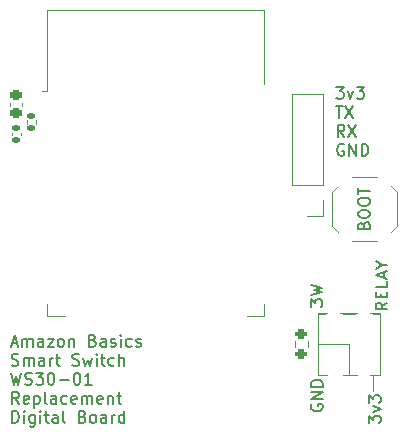
<source format=gbr>
%TF.GenerationSoftware,KiCad,Pcbnew,7.0.8*%
%TF.CreationDate,2023-10-28T23:27:17-04:00*%
%TF.ProjectId,AmazonBasicsSecureFrontend,416d617a-6f6e-4426-9173-696373536563,rev?*%
%TF.SameCoordinates,Original*%
%TF.FileFunction,Legend,Top*%
%TF.FilePolarity,Positive*%
%FSLAX46Y46*%
G04 Gerber Fmt 4.6, Leading zero omitted, Abs format (unit mm)*
G04 Created by KiCad (PCBNEW 7.0.8) date 2023-10-28 23:27:17*
%MOMM*%
%LPD*%
G01*
G04 APERTURE LIST*
G04 Aperture macros list*
%AMRoundRect*
0 Rectangle with rounded corners*
0 $1 Rounding radius*
0 $2 $3 $4 $5 $6 $7 $8 $9 X,Y pos of 4 corners*
0 Add a 4 corners polygon primitive as box body*
4,1,4,$2,$3,$4,$5,$6,$7,$8,$9,$2,$3,0*
0 Add four circle primitives for the rounded corners*
1,1,$1+$1,$2,$3*
1,1,$1+$1,$4,$5*
1,1,$1+$1,$6,$7*
1,1,$1+$1,$8,$9*
0 Add four rect primitives between the rounded corners*
20,1,$1+$1,$2,$3,$4,$5,0*
20,1,$1+$1,$4,$5,$6,$7,0*
20,1,$1+$1,$6,$7,$8,$9,0*
20,1,$1+$1,$8,$9,$2,$3,0*%
G04 Aperture macros list end*
%ADD10C,0.150000*%
%ADD11C,0.120000*%
%ADD12R,1.000000X3.000000*%
%ADD13RoundRect,0.225000X0.250000X-0.225000X0.250000X0.225000X-0.250000X0.225000X-0.250000X-0.225000X0*%
%ADD14RoundRect,0.140000X-0.170000X0.140000X-0.170000X-0.140000X0.170000X-0.140000X0.170000X0.140000X0*%
%ADD15RoundRect,0.200000X-0.275000X0.200000X-0.275000X-0.200000X0.275000X-0.200000X0.275000X0.200000X0*%
%ADD16C,2.600000*%
%ADD17R,1.700000X1.700000*%
%ADD18O,1.700000X1.700000*%
%ADD19R,1.500000X0.900000*%
%ADD20R,0.900000X1.500000*%
%ADD21C,0.600000*%
%ADD22R,3.900000X3.900000*%
%ADD23RoundRect,0.135000X0.185000X-0.135000X0.185000X0.135000X-0.185000X0.135000X-0.185000X-0.135000X0*%
%ADD24R,1.100000X1.800000*%
%ADD25C,1.300000*%
%ADD26C,1.500000*%
G04 APERTURE END LIST*
D10*
X106029360Y-108891904D02*
X106505550Y-108891904D01*
X105934122Y-109177619D02*
X106267455Y-108177619D01*
X106267455Y-108177619D02*
X106600788Y-109177619D01*
X106934122Y-109177619D02*
X106934122Y-108510952D01*
X106934122Y-108606190D02*
X106981741Y-108558571D01*
X106981741Y-108558571D02*
X107076979Y-108510952D01*
X107076979Y-108510952D02*
X107219836Y-108510952D01*
X107219836Y-108510952D02*
X107315074Y-108558571D01*
X107315074Y-108558571D02*
X107362693Y-108653809D01*
X107362693Y-108653809D02*
X107362693Y-109177619D01*
X107362693Y-108653809D02*
X107410312Y-108558571D01*
X107410312Y-108558571D02*
X107505550Y-108510952D01*
X107505550Y-108510952D02*
X107648407Y-108510952D01*
X107648407Y-108510952D02*
X107743646Y-108558571D01*
X107743646Y-108558571D02*
X107791265Y-108653809D01*
X107791265Y-108653809D02*
X107791265Y-109177619D01*
X108696026Y-109177619D02*
X108696026Y-108653809D01*
X108696026Y-108653809D02*
X108648407Y-108558571D01*
X108648407Y-108558571D02*
X108553169Y-108510952D01*
X108553169Y-108510952D02*
X108362693Y-108510952D01*
X108362693Y-108510952D02*
X108267455Y-108558571D01*
X108696026Y-109130000D02*
X108600788Y-109177619D01*
X108600788Y-109177619D02*
X108362693Y-109177619D01*
X108362693Y-109177619D02*
X108267455Y-109130000D01*
X108267455Y-109130000D02*
X108219836Y-109034761D01*
X108219836Y-109034761D02*
X108219836Y-108939523D01*
X108219836Y-108939523D02*
X108267455Y-108844285D01*
X108267455Y-108844285D02*
X108362693Y-108796666D01*
X108362693Y-108796666D02*
X108600788Y-108796666D01*
X108600788Y-108796666D02*
X108696026Y-108749047D01*
X109076979Y-108510952D02*
X109600788Y-108510952D01*
X109600788Y-108510952D02*
X109076979Y-109177619D01*
X109076979Y-109177619D02*
X109600788Y-109177619D01*
X110124598Y-109177619D02*
X110029360Y-109130000D01*
X110029360Y-109130000D02*
X109981741Y-109082380D01*
X109981741Y-109082380D02*
X109934122Y-108987142D01*
X109934122Y-108987142D02*
X109934122Y-108701428D01*
X109934122Y-108701428D02*
X109981741Y-108606190D01*
X109981741Y-108606190D02*
X110029360Y-108558571D01*
X110029360Y-108558571D02*
X110124598Y-108510952D01*
X110124598Y-108510952D02*
X110267455Y-108510952D01*
X110267455Y-108510952D02*
X110362693Y-108558571D01*
X110362693Y-108558571D02*
X110410312Y-108606190D01*
X110410312Y-108606190D02*
X110457931Y-108701428D01*
X110457931Y-108701428D02*
X110457931Y-108987142D01*
X110457931Y-108987142D02*
X110410312Y-109082380D01*
X110410312Y-109082380D02*
X110362693Y-109130000D01*
X110362693Y-109130000D02*
X110267455Y-109177619D01*
X110267455Y-109177619D02*
X110124598Y-109177619D01*
X110886503Y-108510952D02*
X110886503Y-109177619D01*
X110886503Y-108606190D02*
X110934122Y-108558571D01*
X110934122Y-108558571D02*
X111029360Y-108510952D01*
X111029360Y-108510952D02*
X111172217Y-108510952D01*
X111172217Y-108510952D02*
X111267455Y-108558571D01*
X111267455Y-108558571D02*
X111315074Y-108653809D01*
X111315074Y-108653809D02*
X111315074Y-109177619D01*
X112886503Y-108653809D02*
X113029360Y-108701428D01*
X113029360Y-108701428D02*
X113076979Y-108749047D01*
X113076979Y-108749047D02*
X113124598Y-108844285D01*
X113124598Y-108844285D02*
X113124598Y-108987142D01*
X113124598Y-108987142D02*
X113076979Y-109082380D01*
X113076979Y-109082380D02*
X113029360Y-109130000D01*
X113029360Y-109130000D02*
X112934122Y-109177619D01*
X112934122Y-109177619D02*
X112553170Y-109177619D01*
X112553170Y-109177619D02*
X112553170Y-108177619D01*
X112553170Y-108177619D02*
X112886503Y-108177619D01*
X112886503Y-108177619D02*
X112981741Y-108225238D01*
X112981741Y-108225238D02*
X113029360Y-108272857D01*
X113029360Y-108272857D02*
X113076979Y-108368095D01*
X113076979Y-108368095D02*
X113076979Y-108463333D01*
X113076979Y-108463333D02*
X113029360Y-108558571D01*
X113029360Y-108558571D02*
X112981741Y-108606190D01*
X112981741Y-108606190D02*
X112886503Y-108653809D01*
X112886503Y-108653809D02*
X112553170Y-108653809D01*
X113981741Y-109177619D02*
X113981741Y-108653809D01*
X113981741Y-108653809D02*
X113934122Y-108558571D01*
X113934122Y-108558571D02*
X113838884Y-108510952D01*
X113838884Y-108510952D02*
X113648408Y-108510952D01*
X113648408Y-108510952D02*
X113553170Y-108558571D01*
X113981741Y-109130000D02*
X113886503Y-109177619D01*
X113886503Y-109177619D02*
X113648408Y-109177619D01*
X113648408Y-109177619D02*
X113553170Y-109130000D01*
X113553170Y-109130000D02*
X113505551Y-109034761D01*
X113505551Y-109034761D02*
X113505551Y-108939523D01*
X113505551Y-108939523D02*
X113553170Y-108844285D01*
X113553170Y-108844285D02*
X113648408Y-108796666D01*
X113648408Y-108796666D02*
X113886503Y-108796666D01*
X113886503Y-108796666D02*
X113981741Y-108749047D01*
X114410313Y-109130000D02*
X114505551Y-109177619D01*
X114505551Y-109177619D02*
X114696027Y-109177619D01*
X114696027Y-109177619D02*
X114791265Y-109130000D01*
X114791265Y-109130000D02*
X114838884Y-109034761D01*
X114838884Y-109034761D02*
X114838884Y-108987142D01*
X114838884Y-108987142D02*
X114791265Y-108891904D01*
X114791265Y-108891904D02*
X114696027Y-108844285D01*
X114696027Y-108844285D02*
X114553170Y-108844285D01*
X114553170Y-108844285D02*
X114457932Y-108796666D01*
X114457932Y-108796666D02*
X114410313Y-108701428D01*
X114410313Y-108701428D02*
X114410313Y-108653809D01*
X114410313Y-108653809D02*
X114457932Y-108558571D01*
X114457932Y-108558571D02*
X114553170Y-108510952D01*
X114553170Y-108510952D02*
X114696027Y-108510952D01*
X114696027Y-108510952D02*
X114791265Y-108558571D01*
X115267456Y-109177619D02*
X115267456Y-108510952D01*
X115267456Y-108177619D02*
X115219837Y-108225238D01*
X115219837Y-108225238D02*
X115267456Y-108272857D01*
X115267456Y-108272857D02*
X115315075Y-108225238D01*
X115315075Y-108225238D02*
X115267456Y-108177619D01*
X115267456Y-108177619D02*
X115267456Y-108272857D01*
X116172217Y-109130000D02*
X116076979Y-109177619D01*
X116076979Y-109177619D02*
X115886503Y-109177619D01*
X115886503Y-109177619D02*
X115791265Y-109130000D01*
X115791265Y-109130000D02*
X115743646Y-109082380D01*
X115743646Y-109082380D02*
X115696027Y-108987142D01*
X115696027Y-108987142D02*
X115696027Y-108701428D01*
X115696027Y-108701428D02*
X115743646Y-108606190D01*
X115743646Y-108606190D02*
X115791265Y-108558571D01*
X115791265Y-108558571D02*
X115886503Y-108510952D01*
X115886503Y-108510952D02*
X116076979Y-108510952D01*
X116076979Y-108510952D02*
X116172217Y-108558571D01*
X116553170Y-109130000D02*
X116648408Y-109177619D01*
X116648408Y-109177619D02*
X116838884Y-109177619D01*
X116838884Y-109177619D02*
X116934122Y-109130000D01*
X116934122Y-109130000D02*
X116981741Y-109034761D01*
X116981741Y-109034761D02*
X116981741Y-108987142D01*
X116981741Y-108987142D02*
X116934122Y-108891904D01*
X116934122Y-108891904D02*
X116838884Y-108844285D01*
X116838884Y-108844285D02*
X116696027Y-108844285D01*
X116696027Y-108844285D02*
X116600789Y-108796666D01*
X116600789Y-108796666D02*
X116553170Y-108701428D01*
X116553170Y-108701428D02*
X116553170Y-108653809D01*
X116553170Y-108653809D02*
X116600789Y-108558571D01*
X116600789Y-108558571D02*
X116696027Y-108510952D01*
X116696027Y-108510952D02*
X116838884Y-108510952D01*
X116838884Y-108510952D02*
X116934122Y-108558571D01*
X106029360Y-110740000D02*
X106172217Y-110787619D01*
X106172217Y-110787619D02*
X106410312Y-110787619D01*
X106410312Y-110787619D02*
X106505550Y-110740000D01*
X106505550Y-110740000D02*
X106553169Y-110692380D01*
X106553169Y-110692380D02*
X106600788Y-110597142D01*
X106600788Y-110597142D02*
X106600788Y-110501904D01*
X106600788Y-110501904D02*
X106553169Y-110406666D01*
X106553169Y-110406666D02*
X106505550Y-110359047D01*
X106505550Y-110359047D02*
X106410312Y-110311428D01*
X106410312Y-110311428D02*
X106219836Y-110263809D01*
X106219836Y-110263809D02*
X106124598Y-110216190D01*
X106124598Y-110216190D02*
X106076979Y-110168571D01*
X106076979Y-110168571D02*
X106029360Y-110073333D01*
X106029360Y-110073333D02*
X106029360Y-109978095D01*
X106029360Y-109978095D02*
X106076979Y-109882857D01*
X106076979Y-109882857D02*
X106124598Y-109835238D01*
X106124598Y-109835238D02*
X106219836Y-109787619D01*
X106219836Y-109787619D02*
X106457931Y-109787619D01*
X106457931Y-109787619D02*
X106600788Y-109835238D01*
X107029360Y-110787619D02*
X107029360Y-110120952D01*
X107029360Y-110216190D02*
X107076979Y-110168571D01*
X107076979Y-110168571D02*
X107172217Y-110120952D01*
X107172217Y-110120952D02*
X107315074Y-110120952D01*
X107315074Y-110120952D02*
X107410312Y-110168571D01*
X107410312Y-110168571D02*
X107457931Y-110263809D01*
X107457931Y-110263809D02*
X107457931Y-110787619D01*
X107457931Y-110263809D02*
X107505550Y-110168571D01*
X107505550Y-110168571D02*
X107600788Y-110120952D01*
X107600788Y-110120952D02*
X107743645Y-110120952D01*
X107743645Y-110120952D02*
X107838884Y-110168571D01*
X107838884Y-110168571D02*
X107886503Y-110263809D01*
X107886503Y-110263809D02*
X107886503Y-110787619D01*
X108791264Y-110787619D02*
X108791264Y-110263809D01*
X108791264Y-110263809D02*
X108743645Y-110168571D01*
X108743645Y-110168571D02*
X108648407Y-110120952D01*
X108648407Y-110120952D02*
X108457931Y-110120952D01*
X108457931Y-110120952D02*
X108362693Y-110168571D01*
X108791264Y-110740000D02*
X108696026Y-110787619D01*
X108696026Y-110787619D02*
X108457931Y-110787619D01*
X108457931Y-110787619D02*
X108362693Y-110740000D01*
X108362693Y-110740000D02*
X108315074Y-110644761D01*
X108315074Y-110644761D02*
X108315074Y-110549523D01*
X108315074Y-110549523D02*
X108362693Y-110454285D01*
X108362693Y-110454285D02*
X108457931Y-110406666D01*
X108457931Y-110406666D02*
X108696026Y-110406666D01*
X108696026Y-110406666D02*
X108791264Y-110359047D01*
X109267455Y-110787619D02*
X109267455Y-110120952D01*
X109267455Y-110311428D02*
X109315074Y-110216190D01*
X109315074Y-110216190D02*
X109362693Y-110168571D01*
X109362693Y-110168571D02*
X109457931Y-110120952D01*
X109457931Y-110120952D02*
X109553169Y-110120952D01*
X109743646Y-110120952D02*
X110124598Y-110120952D01*
X109886503Y-109787619D02*
X109886503Y-110644761D01*
X109886503Y-110644761D02*
X109934122Y-110740000D01*
X109934122Y-110740000D02*
X110029360Y-110787619D01*
X110029360Y-110787619D02*
X110124598Y-110787619D01*
X111172218Y-110740000D02*
X111315075Y-110787619D01*
X111315075Y-110787619D02*
X111553170Y-110787619D01*
X111553170Y-110787619D02*
X111648408Y-110740000D01*
X111648408Y-110740000D02*
X111696027Y-110692380D01*
X111696027Y-110692380D02*
X111743646Y-110597142D01*
X111743646Y-110597142D02*
X111743646Y-110501904D01*
X111743646Y-110501904D02*
X111696027Y-110406666D01*
X111696027Y-110406666D02*
X111648408Y-110359047D01*
X111648408Y-110359047D02*
X111553170Y-110311428D01*
X111553170Y-110311428D02*
X111362694Y-110263809D01*
X111362694Y-110263809D02*
X111267456Y-110216190D01*
X111267456Y-110216190D02*
X111219837Y-110168571D01*
X111219837Y-110168571D02*
X111172218Y-110073333D01*
X111172218Y-110073333D02*
X111172218Y-109978095D01*
X111172218Y-109978095D02*
X111219837Y-109882857D01*
X111219837Y-109882857D02*
X111267456Y-109835238D01*
X111267456Y-109835238D02*
X111362694Y-109787619D01*
X111362694Y-109787619D02*
X111600789Y-109787619D01*
X111600789Y-109787619D02*
X111743646Y-109835238D01*
X112076980Y-110120952D02*
X112267456Y-110787619D01*
X112267456Y-110787619D02*
X112457932Y-110311428D01*
X112457932Y-110311428D02*
X112648408Y-110787619D01*
X112648408Y-110787619D02*
X112838884Y-110120952D01*
X113219837Y-110787619D02*
X113219837Y-110120952D01*
X113219837Y-109787619D02*
X113172218Y-109835238D01*
X113172218Y-109835238D02*
X113219837Y-109882857D01*
X113219837Y-109882857D02*
X113267456Y-109835238D01*
X113267456Y-109835238D02*
X113219837Y-109787619D01*
X113219837Y-109787619D02*
X113219837Y-109882857D01*
X113553170Y-110120952D02*
X113934122Y-110120952D01*
X113696027Y-109787619D02*
X113696027Y-110644761D01*
X113696027Y-110644761D02*
X113743646Y-110740000D01*
X113743646Y-110740000D02*
X113838884Y-110787619D01*
X113838884Y-110787619D02*
X113934122Y-110787619D01*
X114696027Y-110740000D02*
X114600789Y-110787619D01*
X114600789Y-110787619D02*
X114410313Y-110787619D01*
X114410313Y-110787619D02*
X114315075Y-110740000D01*
X114315075Y-110740000D02*
X114267456Y-110692380D01*
X114267456Y-110692380D02*
X114219837Y-110597142D01*
X114219837Y-110597142D02*
X114219837Y-110311428D01*
X114219837Y-110311428D02*
X114267456Y-110216190D01*
X114267456Y-110216190D02*
X114315075Y-110168571D01*
X114315075Y-110168571D02*
X114410313Y-110120952D01*
X114410313Y-110120952D02*
X114600789Y-110120952D01*
X114600789Y-110120952D02*
X114696027Y-110168571D01*
X115124599Y-110787619D02*
X115124599Y-109787619D01*
X115553170Y-110787619D02*
X115553170Y-110263809D01*
X115553170Y-110263809D02*
X115505551Y-110168571D01*
X115505551Y-110168571D02*
X115410313Y-110120952D01*
X115410313Y-110120952D02*
X115267456Y-110120952D01*
X115267456Y-110120952D02*
X115172218Y-110168571D01*
X115172218Y-110168571D02*
X115124599Y-110216190D01*
X105981741Y-111397619D02*
X106219836Y-112397619D01*
X106219836Y-112397619D02*
X106410312Y-111683333D01*
X106410312Y-111683333D02*
X106600788Y-112397619D01*
X106600788Y-112397619D02*
X106838884Y-111397619D01*
X107172217Y-112350000D02*
X107315074Y-112397619D01*
X107315074Y-112397619D02*
X107553169Y-112397619D01*
X107553169Y-112397619D02*
X107648407Y-112350000D01*
X107648407Y-112350000D02*
X107696026Y-112302380D01*
X107696026Y-112302380D02*
X107743645Y-112207142D01*
X107743645Y-112207142D02*
X107743645Y-112111904D01*
X107743645Y-112111904D02*
X107696026Y-112016666D01*
X107696026Y-112016666D02*
X107648407Y-111969047D01*
X107648407Y-111969047D02*
X107553169Y-111921428D01*
X107553169Y-111921428D02*
X107362693Y-111873809D01*
X107362693Y-111873809D02*
X107267455Y-111826190D01*
X107267455Y-111826190D02*
X107219836Y-111778571D01*
X107219836Y-111778571D02*
X107172217Y-111683333D01*
X107172217Y-111683333D02*
X107172217Y-111588095D01*
X107172217Y-111588095D02*
X107219836Y-111492857D01*
X107219836Y-111492857D02*
X107267455Y-111445238D01*
X107267455Y-111445238D02*
X107362693Y-111397619D01*
X107362693Y-111397619D02*
X107600788Y-111397619D01*
X107600788Y-111397619D02*
X107743645Y-111445238D01*
X108076979Y-111397619D02*
X108696026Y-111397619D01*
X108696026Y-111397619D02*
X108362693Y-111778571D01*
X108362693Y-111778571D02*
X108505550Y-111778571D01*
X108505550Y-111778571D02*
X108600788Y-111826190D01*
X108600788Y-111826190D02*
X108648407Y-111873809D01*
X108648407Y-111873809D02*
X108696026Y-111969047D01*
X108696026Y-111969047D02*
X108696026Y-112207142D01*
X108696026Y-112207142D02*
X108648407Y-112302380D01*
X108648407Y-112302380D02*
X108600788Y-112350000D01*
X108600788Y-112350000D02*
X108505550Y-112397619D01*
X108505550Y-112397619D02*
X108219836Y-112397619D01*
X108219836Y-112397619D02*
X108124598Y-112350000D01*
X108124598Y-112350000D02*
X108076979Y-112302380D01*
X109315074Y-111397619D02*
X109410312Y-111397619D01*
X109410312Y-111397619D02*
X109505550Y-111445238D01*
X109505550Y-111445238D02*
X109553169Y-111492857D01*
X109553169Y-111492857D02*
X109600788Y-111588095D01*
X109600788Y-111588095D02*
X109648407Y-111778571D01*
X109648407Y-111778571D02*
X109648407Y-112016666D01*
X109648407Y-112016666D02*
X109600788Y-112207142D01*
X109600788Y-112207142D02*
X109553169Y-112302380D01*
X109553169Y-112302380D02*
X109505550Y-112350000D01*
X109505550Y-112350000D02*
X109410312Y-112397619D01*
X109410312Y-112397619D02*
X109315074Y-112397619D01*
X109315074Y-112397619D02*
X109219836Y-112350000D01*
X109219836Y-112350000D02*
X109172217Y-112302380D01*
X109172217Y-112302380D02*
X109124598Y-112207142D01*
X109124598Y-112207142D02*
X109076979Y-112016666D01*
X109076979Y-112016666D02*
X109076979Y-111778571D01*
X109076979Y-111778571D02*
X109124598Y-111588095D01*
X109124598Y-111588095D02*
X109172217Y-111492857D01*
X109172217Y-111492857D02*
X109219836Y-111445238D01*
X109219836Y-111445238D02*
X109315074Y-111397619D01*
X110076979Y-112016666D02*
X110838884Y-112016666D01*
X111505550Y-111397619D02*
X111600788Y-111397619D01*
X111600788Y-111397619D02*
X111696026Y-111445238D01*
X111696026Y-111445238D02*
X111743645Y-111492857D01*
X111743645Y-111492857D02*
X111791264Y-111588095D01*
X111791264Y-111588095D02*
X111838883Y-111778571D01*
X111838883Y-111778571D02*
X111838883Y-112016666D01*
X111838883Y-112016666D02*
X111791264Y-112207142D01*
X111791264Y-112207142D02*
X111743645Y-112302380D01*
X111743645Y-112302380D02*
X111696026Y-112350000D01*
X111696026Y-112350000D02*
X111600788Y-112397619D01*
X111600788Y-112397619D02*
X111505550Y-112397619D01*
X111505550Y-112397619D02*
X111410312Y-112350000D01*
X111410312Y-112350000D02*
X111362693Y-112302380D01*
X111362693Y-112302380D02*
X111315074Y-112207142D01*
X111315074Y-112207142D02*
X111267455Y-112016666D01*
X111267455Y-112016666D02*
X111267455Y-111778571D01*
X111267455Y-111778571D02*
X111315074Y-111588095D01*
X111315074Y-111588095D02*
X111362693Y-111492857D01*
X111362693Y-111492857D02*
X111410312Y-111445238D01*
X111410312Y-111445238D02*
X111505550Y-111397619D01*
X112791264Y-112397619D02*
X112219836Y-112397619D01*
X112505550Y-112397619D02*
X112505550Y-111397619D01*
X112505550Y-111397619D02*
X112410312Y-111540476D01*
X112410312Y-111540476D02*
X112315074Y-111635714D01*
X112315074Y-111635714D02*
X112219836Y-111683333D01*
X106648407Y-114007619D02*
X106315074Y-113531428D01*
X106076979Y-114007619D02*
X106076979Y-113007619D01*
X106076979Y-113007619D02*
X106457931Y-113007619D01*
X106457931Y-113007619D02*
X106553169Y-113055238D01*
X106553169Y-113055238D02*
X106600788Y-113102857D01*
X106600788Y-113102857D02*
X106648407Y-113198095D01*
X106648407Y-113198095D02*
X106648407Y-113340952D01*
X106648407Y-113340952D02*
X106600788Y-113436190D01*
X106600788Y-113436190D02*
X106553169Y-113483809D01*
X106553169Y-113483809D02*
X106457931Y-113531428D01*
X106457931Y-113531428D02*
X106076979Y-113531428D01*
X107457931Y-113960000D02*
X107362693Y-114007619D01*
X107362693Y-114007619D02*
X107172217Y-114007619D01*
X107172217Y-114007619D02*
X107076979Y-113960000D01*
X107076979Y-113960000D02*
X107029360Y-113864761D01*
X107029360Y-113864761D02*
X107029360Y-113483809D01*
X107029360Y-113483809D02*
X107076979Y-113388571D01*
X107076979Y-113388571D02*
X107172217Y-113340952D01*
X107172217Y-113340952D02*
X107362693Y-113340952D01*
X107362693Y-113340952D02*
X107457931Y-113388571D01*
X107457931Y-113388571D02*
X107505550Y-113483809D01*
X107505550Y-113483809D02*
X107505550Y-113579047D01*
X107505550Y-113579047D02*
X107029360Y-113674285D01*
X107934122Y-113340952D02*
X107934122Y-114340952D01*
X107934122Y-113388571D02*
X108029360Y-113340952D01*
X108029360Y-113340952D02*
X108219836Y-113340952D01*
X108219836Y-113340952D02*
X108315074Y-113388571D01*
X108315074Y-113388571D02*
X108362693Y-113436190D01*
X108362693Y-113436190D02*
X108410312Y-113531428D01*
X108410312Y-113531428D02*
X108410312Y-113817142D01*
X108410312Y-113817142D02*
X108362693Y-113912380D01*
X108362693Y-113912380D02*
X108315074Y-113960000D01*
X108315074Y-113960000D02*
X108219836Y-114007619D01*
X108219836Y-114007619D02*
X108029360Y-114007619D01*
X108029360Y-114007619D02*
X107934122Y-113960000D01*
X108981741Y-114007619D02*
X108886503Y-113960000D01*
X108886503Y-113960000D02*
X108838884Y-113864761D01*
X108838884Y-113864761D02*
X108838884Y-113007619D01*
X109791265Y-114007619D02*
X109791265Y-113483809D01*
X109791265Y-113483809D02*
X109743646Y-113388571D01*
X109743646Y-113388571D02*
X109648408Y-113340952D01*
X109648408Y-113340952D02*
X109457932Y-113340952D01*
X109457932Y-113340952D02*
X109362694Y-113388571D01*
X109791265Y-113960000D02*
X109696027Y-114007619D01*
X109696027Y-114007619D02*
X109457932Y-114007619D01*
X109457932Y-114007619D02*
X109362694Y-113960000D01*
X109362694Y-113960000D02*
X109315075Y-113864761D01*
X109315075Y-113864761D02*
X109315075Y-113769523D01*
X109315075Y-113769523D02*
X109362694Y-113674285D01*
X109362694Y-113674285D02*
X109457932Y-113626666D01*
X109457932Y-113626666D02*
X109696027Y-113626666D01*
X109696027Y-113626666D02*
X109791265Y-113579047D01*
X110696027Y-113960000D02*
X110600789Y-114007619D01*
X110600789Y-114007619D02*
X110410313Y-114007619D01*
X110410313Y-114007619D02*
X110315075Y-113960000D01*
X110315075Y-113960000D02*
X110267456Y-113912380D01*
X110267456Y-113912380D02*
X110219837Y-113817142D01*
X110219837Y-113817142D02*
X110219837Y-113531428D01*
X110219837Y-113531428D02*
X110267456Y-113436190D01*
X110267456Y-113436190D02*
X110315075Y-113388571D01*
X110315075Y-113388571D02*
X110410313Y-113340952D01*
X110410313Y-113340952D02*
X110600789Y-113340952D01*
X110600789Y-113340952D02*
X110696027Y-113388571D01*
X111505551Y-113960000D02*
X111410313Y-114007619D01*
X111410313Y-114007619D02*
X111219837Y-114007619D01*
X111219837Y-114007619D02*
X111124599Y-113960000D01*
X111124599Y-113960000D02*
X111076980Y-113864761D01*
X111076980Y-113864761D02*
X111076980Y-113483809D01*
X111076980Y-113483809D02*
X111124599Y-113388571D01*
X111124599Y-113388571D02*
X111219837Y-113340952D01*
X111219837Y-113340952D02*
X111410313Y-113340952D01*
X111410313Y-113340952D02*
X111505551Y-113388571D01*
X111505551Y-113388571D02*
X111553170Y-113483809D01*
X111553170Y-113483809D02*
X111553170Y-113579047D01*
X111553170Y-113579047D02*
X111076980Y-113674285D01*
X111981742Y-114007619D02*
X111981742Y-113340952D01*
X111981742Y-113436190D02*
X112029361Y-113388571D01*
X112029361Y-113388571D02*
X112124599Y-113340952D01*
X112124599Y-113340952D02*
X112267456Y-113340952D01*
X112267456Y-113340952D02*
X112362694Y-113388571D01*
X112362694Y-113388571D02*
X112410313Y-113483809D01*
X112410313Y-113483809D02*
X112410313Y-114007619D01*
X112410313Y-113483809D02*
X112457932Y-113388571D01*
X112457932Y-113388571D02*
X112553170Y-113340952D01*
X112553170Y-113340952D02*
X112696027Y-113340952D01*
X112696027Y-113340952D02*
X112791266Y-113388571D01*
X112791266Y-113388571D02*
X112838885Y-113483809D01*
X112838885Y-113483809D02*
X112838885Y-114007619D01*
X113696027Y-113960000D02*
X113600789Y-114007619D01*
X113600789Y-114007619D02*
X113410313Y-114007619D01*
X113410313Y-114007619D02*
X113315075Y-113960000D01*
X113315075Y-113960000D02*
X113267456Y-113864761D01*
X113267456Y-113864761D02*
X113267456Y-113483809D01*
X113267456Y-113483809D02*
X113315075Y-113388571D01*
X113315075Y-113388571D02*
X113410313Y-113340952D01*
X113410313Y-113340952D02*
X113600789Y-113340952D01*
X113600789Y-113340952D02*
X113696027Y-113388571D01*
X113696027Y-113388571D02*
X113743646Y-113483809D01*
X113743646Y-113483809D02*
X113743646Y-113579047D01*
X113743646Y-113579047D02*
X113267456Y-113674285D01*
X114172218Y-113340952D02*
X114172218Y-114007619D01*
X114172218Y-113436190D02*
X114219837Y-113388571D01*
X114219837Y-113388571D02*
X114315075Y-113340952D01*
X114315075Y-113340952D02*
X114457932Y-113340952D01*
X114457932Y-113340952D02*
X114553170Y-113388571D01*
X114553170Y-113388571D02*
X114600789Y-113483809D01*
X114600789Y-113483809D02*
X114600789Y-114007619D01*
X114934123Y-113340952D02*
X115315075Y-113340952D01*
X115076980Y-113007619D02*
X115076980Y-113864761D01*
X115076980Y-113864761D02*
X115124599Y-113960000D01*
X115124599Y-113960000D02*
X115219837Y-114007619D01*
X115219837Y-114007619D02*
X115315075Y-114007619D01*
X106076979Y-115617619D02*
X106076979Y-114617619D01*
X106076979Y-114617619D02*
X106315074Y-114617619D01*
X106315074Y-114617619D02*
X106457931Y-114665238D01*
X106457931Y-114665238D02*
X106553169Y-114760476D01*
X106553169Y-114760476D02*
X106600788Y-114855714D01*
X106600788Y-114855714D02*
X106648407Y-115046190D01*
X106648407Y-115046190D02*
X106648407Y-115189047D01*
X106648407Y-115189047D02*
X106600788Y-115379523D01*
X106600788Y-115379523D02*
X106553169Y-115474761D01*
X106553169Y-115474761D02*
X106457931Y-115570000D01*
X106457931Y-115570000D02*
X106315074Y-115617619D01*
X106315074Y-115617619D02*
X106076979Y-115617619D01*
X107076979Y-115617619D02*
X107076979Y-114950952D01*
X107076979Y-114617619D02*
X107029360Y-114665238D01*
X107029360Y-114665238D02*
X107076979Y-114712857D01*
X107076979Y-114712857D02*
X107124598Y-114665238D01*
X107124598Y-114665238D02*
X107076979Y-114617619D01*
X107076979Y-114617619D02*
X107076979Y-114712857D01*
X107981740Y-114950952D02*
X107981740Y-115760476D01*
X107981740Y-115760476D02*
X107934121Y-115855714D01*
X107934121Y-115855714D02*
X107886502Y-115903333D01*
X107886502Y-115903333D02*
X107791264Y-115950952D01*
X107791264Y-115950952D02*
X107648407Y-115950952D01*
X107648407Y-115950952D02*
X107553169Y-115903333D01*
X107981740Y-115570000D02*
X107886502Y-115617619D01*
X107886502Y-115617619D02*
X107696026Y-115617619D01*
X107696026Y-115617619D02*
X107600788Y-115570000D01*
X107600788Y-115570000D02*
X107553169Y-115522380D01*
X107553169Y-115522380D02*
X107505550Y-115427142D01*
X107505550Y-115427142D02*
X107505550Y-115141428D01*
X107505550Y-115141428D02*
X107553169Y-115046190D01*
X107553169Y-115046190D02*
X107600788Y-114998571D01*
X107600788Y-114998571D02*
X107696026Y-114950952D01*
X107696026Y-114950952D02*
X107886502Y-114950952D01*
X107886502Y-114950952D02*
X107981740Y-114998571D01*
X108457931Y-115617619D02*
X108457931Y-114950952D01*
X108457931Y-114617619D02*
X108410312Y-114665238D01*
X108410312Y-114665238D02*
X108457931Y-114712857D01*
X108457931Y-114712857D02*
X108505550Y-114665238D01*
X108505550Y-114665238D02*
X108457931Y-114617619D01*
X108457931Y-114617619D02*
X108457931Y-114712857D01*
X108791264Y-114950952D02*
X109172216Y-114950952D01*
X108934121Y-114617619D02*
X108934121Y-115474761D01*
X108934121Y-115474761D02*
X108981740Y-115570000D01*
X108981740Y-115570000D02*
X109076978Y-115617619D01*
X109076978Y-115617619D02*
X109172216Y-115617619D01*
X109934121Y-115617619D02*
X109934121Y-115093809D01*
X109934121Y-115093809D02*
X109886502Y-114998571D01*
X109886502Y-114998571D02*
X109791264Y-114950952D01*
X109791264Y-114950952D02*
X109600788Y-114950952D01*
X109600788Y-114950952D02*
X109505550Y-114998571D01*
X109934121Y-115570000D02*
X109838883Y-115617619D01*
X109838883Y-115617619D02*
X109600788Y-115617619D01*
X109600788Y-115617619D02*
X109505550Y-115570000D01*
X109505550Y-115570000D02*
X109457931Y-115474761D01*
X109457931Y-115474761D02*
X109457931Y-115379523D01*
X109457931Y-115379523D02*
X109505550Y-115284285D01*
X109505550Y-115284285D02*
X109600788Y-115236666D01*
X109600788Y-115236666D02*
X109838883Y-115236666D01*
X109838883Y-115236666D02*
X109934121Y-115189047D01*
X110553169Y-115617619D02*
X110457931Y-115570000D01*
X110457931Y-115570000D02*
X110410312Y-115474761D01*
X110410312Y-115474761D02*
X110410312Y-114617619D01*
X112029360Y-115093809D02*
X112172217Y-115141428D01*
X112172217Y-115141428D02*
X112219836Y-115189047D01*
X112219836Y-115189047D02*
X112267455Y-115284285D01*
X112267455Y-115284285D02*
X112267455Y-115427142D01*
X112267455Y-115427142D02*
X112219836Y-115522380D01*
X112219836Y-115522380D02*
X112172217Y-115570000D01*
X112172217Y-115570000D02*
X112076979Y-115617619D01*
X112076979Y-115617619D02*
X111696027Y-115617619D01*
X111696027Y-115617619D02*
X111696027Y-114617619D01*
X111696027Y-114617619D02*
X112029360Y-114617619D01*
X112029360Y-114617619D02*
X112124598Y-114665238D01*
X112124598Y-114665238D02*
X112172217Y-114712857D01*
X112172217Y-114712857D02*
X112219836Y-114808095D01*
X112219836Y-114808095D02*
X112219836Y-114903333D01*
X112219836Y-114903333D02*
X112172217Y-114998571D01*
X112172217Y-114998571D02*
X112124598Y-115046190D01*
X112124598Y-115046190D02*
X112029360Y-115093809D01*
X112029360Y-115093809D02*
X111696027Y-115093809D01*
X112838884Y-115617619D02*
X112743646Y-115570000D01*
X112743646Y-115570000D02*
X112696027Y-115522380D01*
X112696027Y-115522380D02*
X112648408Y-115427142D01*
X112648408Y-115427142D02*
X112648408Y-115141428D01*
X112648408Y-115141428D02*
X112696027Y-115046190D01*
X112696027Y-115046190D02*
X112743646Y-114998571D01*
X112743646Y-114998571D02*
X112838884Y-114950952D01*
X112838884Y-114950952D02*
X112981741Y-114950952D01*
X112981741Y-114950952D02*
X113076979Y-114998571D01*
X113076979Y-114998571D02*
X113124598Y-115046190D01*
X113124598Y-115046190D02*
X113172217Y-115141428D01*
X113172217Y-115141428D02*
X113172217Y-115427142D01*
X113172217Y-115427142D02*
X113124598Y-115522380D01*
X113124598Y-115522380D02*
X113076979Y-115570000D01*
X113076979Y-115570000D02*
X112981741Y-115617619D01*
X112981741Y-115617619D02*
X112838884Y-115617619D01*
X114029360Y-115617619D02*
X114029360Y-115093809D01*
X114029360Y-115093809D02*
X113981741Y-114998571D01*
X113981741Y-114998571D02*
X113886503Y-114950952D01*
X113886503Y-114950952D02*
X113696027Y-114950952D01*
X113696027Y-114950952D02*
X113600789Y-114998571D01*
X114029360Y-115570000D02*
X113934122Y-115617619D01*
X113934122Y-115617619D02*
X113696027Y-115617619D01*
X113696027Y-115617619D02*
X113600789Y-115570000D01*
X113600789Y-115570000D02*
X113553170Y-115474761D01*
X113553170Y-115474761D02*
X113553170Y-115379523D01*
X113553170Y-115379523D02*
X113600789Y-115284285D01*
X113600789Y-115284285D02*
X113696027Y-115236666D01*
X113696027Y-115236666D02*
X113934122Y-115236666D01*
X113934122Y-115236666D02*
X114029360Y-115189047D01*
X114505551Y-115617619D02*
X114505551Y-114950952D01*
X114505551Y-115141428D02*
X114553170Y-115046190D01*
X114553170Y-115046190D02*
X114600789Y-114998571D01*
X114600789Y-114998571D02*
X114696027Y-114950952D01*
X114696027Y-114950952D02*
X114791265Y-114950952D01*
X115553170Y-115617619D02*
X115553170Y-114617619D01*
X115553170Y-115570000D02*
X115457932Y-115617619D01*
X115457932Y-115617619D02*
X115267456Y-115617619D01*
X115267456Y-115617619D02*
X115172218Y-115570000D01*
X115172218Y-115570000D02*
X115124599Y-115522380D01*
X115124599Y-115522380D02*
X115076980Y-115427142D01*
X115076980Y-115427142D02*
X115076980Y-115141428D01*
X115076980Y-115141428D02*
X115124599Y-115046190D01*
X115124599Y-115046190D02*
X115172218Y-114998571D01*
X115172218Y-114998571D02*
X115267456Y-114950952D01*
X115267456Y-114950952D02*
X115457932Y-114950952D01*
X115457932Y-114950952D02*
X115553170Y-114998571D01*
X137842619Y-105441592D02*
X137366428Y-105774925D01*
X137842619Y-106013020D02*
X136842619Y-106013020D01*
X136842619Y-106013020D02*
X136842619Y-105632068D01*
X136842619Y-105632068D02*
X136890238Y-105536830D01*
X136890238Y-105536830D02*
X136937857Y-105489211D01*
X136937857Y-105489211D02*
X137033095Y-105441592D01*
X137033095Y-105441592D02*
X137175952Y-105441592D01*
X137175952Y-105441592D02*
X137271190Y-105489211D01*
X137271190Y-105489211D02*
X137318809Y-105536830D01*
X137318809Y-105536830D02*
X137366428Y-105632068D01*
X137366428Y-105632068D02*
X137366428Y-106013020D01*
X137318809Y-105013020D02*
X137318809Y-104679687D01*
X137842619Y-104536830D02*
X137842619Y-105013020D01*
X137842619Y-105013020D02*
X136842619Y-105013020D01*
X136842619Y-105013020D02*
X136842619Y-104536830D01*
X137842619Y-103632068D02*
X137842619Y-104108258D01*
X137842619Y-104108258D02*
X136842619Y-104108258D01*
X137556904Y-103346353D02*
X137556904Y-102870163D01*
X137842619Y-103441591D02*
X136842619Y-103108258D01*
X136842619Y-103108258D02*
X137842619Y-102774925D01*
X137366428Y-102251115D02*
X137842619Y-102251115D01*
X136842619Y-102584448D02*
X137366428Y-102251115D01*
X137366428Y-102251115D02*
X136842619Y-101917782D01*
X131330819Y-105778058D02*
X131330819Y-105159011D01*
X131330819Y-105159011D02*
X131711771Y-105492344D01*
X131711771Y-105492344D02*
X131711771Y-105349487D01*
X131711771Y-105349487D02*
X131759390Y-105254249D01*
X131759390Y-105254249D02*
X131807009Y-105206630D01*
X131807009Y-105206630D02*
X131902247Y-105159011D01*
X131902247Y-105159011D02*
X132140342Y-105159011D01*
X132140342Y-105159011D02*
X132235580Y-105206630D01*
X132235580Y-105206630D02*
X132283200Y-105254249D01*
X132283200Y-105254249D02*
X132330819Y-105349487D01*
X132330819Y-105349487D02*
X132330819Y-105635201D01*
X132330819Y-105635201D02*
X132283200Y-105730439D01*
X132283200Y-105730439D02*
X132235580Y-105778058D01*
X131330819Y-104825677D02*
X132330819Y-104587582D01*
X132330819Y-104587582D02*
X131616533Y-104397106D01*
X131616533Y-104397106D02*
X132330819Y-104206630D01*
X132330819Y-104206630D02*
X131330819Y-103968535D01*
X131403838Y-114074411D02*
X131356219Y-114169649D01*
X131356219Y-114169649D02*
X131356219Y-114312506D01*
X131356219Y-114312506D02*
X131403838Y-114455363D01*
X131403838Y-114455363D02*
X131499076Y-114550601D01*
X131499076Y-114550601D02*
X131594314Y-114598220D01*
X131594314Y-114598220D02*
X131784790Y-114645839D01*
X131784790Y-114645839D02*
X131927647Y-114645839D01*
X131927647Y-114645839D02*
X132118123Y-114598220D01*
X132118123Y-114598220D02*
X132213361Y-114550601D01*
X132213361Y-114550601D02*
X132308600Y-114455363D01*
X132308600Y-114455363D02*
X132356219Y-114312506D01*
X132356219Y-114312506D02*
X132356219Y-114217268D01*
X132356219Y-114217268D02*
X132308600Y-114074411D01*
X132308600Y-114074411D02*
X132260980Y-114026792D01*
X132260980Y-114026792D02*
X131927647Y-114026792D01*
X131927647Y-114026792D02*
X131927647Y-114217268D01*
X132356219Y-113598220D02*
X131356219Y-113598220D01*
X131356219Y-113598220D02*
X132356219Y-113026792D01*
X132356219Y-113026792D02*
X131356219Y-113026792D01*
X132356219Y-112550601D02*
X131356219Y-112550601D01*
X131356219Y-112550601D02*
X131356219Y-112312506D01*
X131356219Y-112312506D02*
X131403838Y-112169649D01*
X131403838Y-112169649D02*
X131499076Y-112074411D01*
X131499076Y-112074411D02*
X131594314Y-112026792D01*
X131594314Y-112026792D02*
X131784790Y-111979173D01*
X131784790Y-111979173D02*
X131927647Y-111979173D01*
X131927647Y-111979173D02*
X132118123Y-112026792D01*
X132118123Y-112026792D02*
X132213361Y-112074411D01*
X132213361Y-112074411D02*
X132308600Y-112169649D01*
X132308600Y-112169649D02*
X132356219Y-112312506D01*
X132356219Y-112312506D02*
X132356219Y-112550601D01*
X136258419Y-115633258D02*
X136258419Y-115014211D01*
X136258419Y-115014211D02*
X136639371Y-115347544D01*
X136639371Y-115347544D02*
X136639371Y-115204687D01*
X136639371Y-115204687D02*
X136686990Y-115109449D01*
X136686990Y-115109449D02*
X136734609Y-115061830D01*
X136734609Y-115061830D02*
X136829847Y-115014211D01*
X136829847Y-115014211D02*
X137067942Y-115014211D01*
X137067942Y-115014211D02*
X137163180Y-115061830D01*
X137163180Y-115061830D02*
X137210800Y-115109449D01*
X137210800Y-115109449D02*
X137258419Y-115204687D01*
X137258419Y-115204687D02*
X137258419Y-115490401D01*
X137258419Y-115490401D02*
X137210800Y-115585639D01*
X137210800Y-115585639D02*
X137163180Y-115633258D01*
X136591752Y-114680877D02*
X137258419Y-114442782D01*
X137258419Y-114442782D02*
X136591752Y-114204687D01*
X136258419Y-113918972D02*
X136258419Y-113299925D01*
X136258419Y-113299925D02*
X136639371Y-113633258D01*
X136639371Y-113633258D02*
X136639371Y-113490401D01*
X136639371Y-113490401D02*
X136686990Y-113395163D01*
X136686990Y-113395163D02*
X136734609Y-113347544D01*
X136734609Y-113347544D02*
X136829847Y-113299925D01*
X136829847Y-113299925D02*
X137067942Y-113299925D01*
X137067942Y-113299925D02*
X137163180Y-113347544D01*
X137163180Y-113347544D02*
X137210800Y-113395163D01*
X137210800Y-113395163D02*
X137258419Y-113490401D01*
X137258419Y-113490401D02*
X137258419Y-113776115D01*
X137258419Y-113776115D02*
X137210800Y-113871353D01*
X137210800Y-113871353D02*
X137163180Y-113918972D01*
X133515341Y-87181619D02*
X134134388Y-87181619D01*
X134134388Y-87181619D02*
X133801055Y-87562571D01*
X133801055Y-87562571D02*
X133943912Y-87562571D01*
X133943912Y-87562571D02*
X134039150Y-87610190D01*
X134039150Y-87610190D02*
X134086769Y-87657809D01*
X134086769Y-87657809D02*
X134134388Y-87753047D01*
X134134388Y-87753047D02*
X134134388Y-87991142D01*
X134134388Y-87991142D02*
X134086769Y-88086380D01*
X134086769Y-88086380D02*
X134039150Y-88134000D01*
X134039150Y-88134000D02*
X133943912Y-88181619D01*
X133943912Y-88181619D02*
X133658198Y-88181619D01*
X133658198Y-88181619D02*
X133562960Y-88134000D01*
X133562960Y-88134000D02*
X133515341Y-88086380D01*
X134467722Y-87514952D02*
X134705817Y-88181619D01*
X134705817Y-88181619D02*
X134943912Y-87514952D01*
X135229627Y-87181619D02*
X135848674Y-87181619D01*
X135848674Y-87181619D02*
X135515341Y-87562571D01*
X135515341Y-87562571D02*
X135658198Y-87562571D01*
X135658198Y-87562571D02*
X135753436Y-87610190D01*
X135753436Y-87610190D02*
X135801055Y-87657809D01*
X135801055Y-87657809D02*
X135848674Y-87753047D01*
X135848674Y-87753047D02*
X135848674Y-87991142D01*
X135848674Y-87991142D02*
X135801055Y-88086380D01*
X135801055Y-88086380D02*
X135753436Y-88134000D01*
X135753436Y-88134000D02*
X135658198Y-88181619D01*
X135658198Y-88181619D02*
X135372484Y-88181619D01*
X135372484Y-88181619D02*
X135277246Y-88134000D01*
X135277246Y-88134000D02*
X135229627Y-88086380D01*
X133467722Y-88791619D02*
X134039150Y-88791619D01*
X133753436Y-89791619D02*
X133753436Y-88791619D01*
X134277246Y-88791619D02*
X134943912Y-89791619D01*
X134943912Y-88791619D02*
X134277246Y-89791619D01*
X134182007Y-91401619D02*
X133848674Y-90925428D01*
X133610579Y-91401619D02*
X133610579Y-90401619D01*
X133610579Y-90401619D02*
X133991531Y-90401619D01*
X133991531Y-90401619D02*
X134086769Y-90449238D01*
X134086769Y-90449238D02*
X134134388Y-90496857D01*
X134134388Y-90496857D02*
X134182007Y-90592095D01*
X134182007Y-90592095D02*
X134182007Y-90734952D01*
X134182007Y-90734952D02*
X134134388Y-90830190D01*
X134134388Y-90830190D02*
X134086769Y-90877809D01*
X134086769Y-90877809D02*
X133991531Y-90925428D01*
X133991531Y-90925428D02*
X133610579Y-90925428D01*
X134515341Y-90401619D02*
X135182007Y-91401619D01*
X135182007Y-90401619D02*
X134515341Y-91401619D01*
X134134388Y-92059238D02*
X134039150Y-92011619D01*
X134039150Y-92011619D02*
X133896293Y-92011619D01*
X133896293Y-92011619D02*
X133753436Y-92059238D01*
X133753436Y-92059238D02*
X133658198Y-92154476D01*
X133658198Y-92154476D02*
X133610579Y-92249714D01*
X133610579Y-92249714D02*
X133562960Y-92440190D01*
X133562960Y-92440190D02*
X133562960Y-92583047D01*
X133562960Y-92583047D02*
X133610579Y-92773523D01*
X133610579Y-92773523D02*
X133658198Y-92868761D01*
X133658198Y-92868761D02*
X133753436Y-92964000D01*
X133753436Y-92964000D02*
X133896293Y-93011619D01*
X133896293Y-93011619D02*
X133991531Y-93011619D01*
X133991531Y-93011619D02*
X134134388Y-92964000D01*
X134134388Y-92964000D02*
X134182007Y-92916380D01*
X134182007Y-92916380D02*
X134182007Y-92583047D01*
X134182007Y-92583047D02*
X133991531Y-92583047D01*
X134610579Y-93011619D02*
X134610579Y-92011619D01*
X134610579Y-92011619D02*
X135182007Y-93011619D01*
X135182007Y-93011619D02*
X135182007Y-92011619D01*
X135658198Y-93011619D02*
X135658198Y-92011619D01*
X135658198Y-92011619D02*
X135896293Y-92011619D01*
X135896293Y-92011619D02*
X136039150Y-92059238D01*
X136039150Y-92059238D02*
X136134388Y-92154476D01*
X136134388Y-92154476D02*
X136182007Y-92249714D01*
X136182007Y-92249714D02*
X136229626Y-92440190D01*
X136229626Y-92440190D02*
X136229626Y-92583047D01*
X136229626Y-92583047D02*
X136182007Y-92773523D01*
X136182007Y-92773523D02*
X136134388Y-92868761D01*
X136134388Y-92868761D02*
X136039150Y-92964000D01*
X136039150Y-92964000D02*
X135896293Y-93011619D01*
X135896293Y-93011619D02*
X135658198Y-93011619D01*
X135821009Y-98893142D02*
X135868628Y-98750285D01*
X135868628Y-98750285D02*
X135916247Y-98702666D01*
X135916247Y-98702666D02*
X136011485Y-98655047D01*
X136011485Y-98655047D02*
X136154342Y-98655047D01*
X136154342Y-98655047D02*
X136249580Y-98702666D01*
X136249580Y-98702666D02*
X136297200Y-98750285D01*
X136297200Y-98750285D02*
X136344819Y-98845523D01*
X136344819Y-98845523D02*
X136344819Y-99226475D01*
X136344819Y-99226475D02*
X135344819Y-99226475D01*
X135344819Y-99226475D02*
X135344819Y-98893142D01*
X135344819Y-98893142D02*
X135392438Y-98797904D01*
X135392438Y-98797904D02*
X135440057Y-98750285D01*
X135440057Y-98750285D02*
X135535295Y-98702666D01*
X135535295Y-98702666D02*
X135630533Y-98702666D01*
X135630533Y-98702666D02*
X135725771Y-98750285D01*
X135725771Y-98750285D02*
X135773390Y-98797904D01*
X135773390Y-98797904D02*
X135821009Y-98893142D01*
X135821009Y-98893142D02*
X135821009Y-99226475D01*
X135344819Y-98035999D02*
X135344819Y-97845523D01*
X135344819Y-97845523D02*
X135392438Y-97750285D01*
X135392438Y-97750285D02*
X135487676Y-97655047D01*
X135487676Y-97655047D02*
X135678152Y-97607428D01*
X135678152Y-97607428D02*
X136011485Y-97607428D01*
X136011485Y-97607428D02*
X136201961Y-97655047D01*
X136201961Y-97655047D02*
X136297200Y-97750285D01*
X136297200Y-97750285D02*
X136344819Y-97845523D01*
X136344819Y-97845523D02*
X136344819Y-98035999D01*
X136344819Y-98035999D02*
X136297200Y-98131237D01*
X136297200Y-98131237D02*
X136201961Y-98226475D01*
X136201961Y-98226475D02*
X136011485Y-98274094D01*
X136011485Y-98274094D02*
X135678152Y-98274094D01*
X135678152Y-98274094D02*
X135487676Y-98226475D01*
X135487676Y-98226475D02*
X135392438Y-98131237D01*
X135392438Y-98131237D02*
X135344819Y-98035999D01*
X135344819Y-96988380D02*
X135344819Y-96797904D01*
X135344819Y-96797904D02*
X135392438Y-96702666D01*
X135392438Y-96702666D02*
X135487676Y-96607428D01*
X135487676Y-96607428D02*
X135678152Y-96559809D01*
X135678152Y-96559809D02*
X136011485Y-96559809D01*
X136011485Y-96559809D02*
X136201961Y-96607428D01*
X136201961Y-96607428D02*
X136297200Y-96702666D01*
X136297200Y-96702666D02*
X136344819Y-96797904D01*
X136344819Y-96797904D02*
X136344819Y-96988380D01*
X136344819Y-96988380D02*
X136297200Y-97083618D01*
X136297200Y-97083618D02*
X136201961Y-97178856D01*
X136201961Y-97178856D02*
X136011485Y-97226475D01*
X136011485Y-97226475D02*
X135678152Y-97226475D01*
X135678152Y-97226475D02*
X135487676Y-97178856D01*
X135487676Y-97178856D02*
X135392438Y-97083618D01*
X135392438Y-97083618D02*
X135344819Y-96988380D01*
X135344819Y-96274094D02*
X135344819Y-95702666D01*
X136344819Y-95988380D02*
X135344819Y-95988380D01*
D11*
%TO.C,REF\u002A\u002A*%
X137200000Y-106386000D02*
X137200000Y-111586000D01*
X135110000Y-111586000D02*
X134090000Y-111586000D01*
X132000000Y-106386000D02*
X132000000Y-111586000D01*
X137200000Y-106386000D02*
X136630000Y-106386000D01*
X135110000Y-106386000D02*
X134090000Y-106386000D01*
X132570000Y-111586000D02*
X132000000Y-111586000D01*
X136630000Y-111586000D02*
X136630000Y-112946000D01*
X132570000Y-106386000D02*
X132000000Y-106386000D01*
X137200000Y-111586000D02*
X136630000Y-111586000D01*
X105916000Y-88786580D02*
X105916000Y-88505420D01*
X106936000Y-88786580D02*
X106936000Y-88505420D01*
%TO.C,C1*%
X106786000Y-91078164D02*
X106786000Y-91293836D01*
X106066000Y-91078164D02*
X106066000Y-91293836D01*
%TO.C,R2*%
X131078500Y-108728742D02*
X131078500Y-109203258D01*
X130033500Y-108728742D02*
X130033500Y-109203258D01*
%TO.C,J1*%
X132394000Y-98104000D02*
X131064000Y-98104000D01*
X132394000Y-96774000D02*
X132394000Y-98104000D01*
X132394000Y-95504000D02*
X132394000Y-87824000D01*
X132394000Y-95504000D02*
X129734000Y-95504000D01*
X132394000Y-87824000D02*
X129734000Y-87824000D01*
X129734000Y-95504000D02*
X129734000Y-87824000D01*
%TO.C,U1*%
X109010000Y-80714000D02*
X127410000Y-80714000D01*
X109010000Y-87514000D02*
X108610000Y-87514000D01*
X109010000Y-87514000D02*
X109010000Y-80714000D01*
X109010000Y-105564000D02*
X109010000Y-106564000D01*
X109010000Y-106564000D02*
X110510000Y-106564000D01*
X127410000Y-80714000D02*
X127410000Y-86914000D01*
X127410000Y-106564000D02*
X125910000Y-106564000D01*
X127410000Y-106564000D02*
X127410000Y-105564000D01*
%TO.C,R1*%
X107316000Y-90323641D02*
X107316000Y-90016359D01*
X108076000Y-90323641D02*
X108076000Y-90016359D01*
%TO.C,SW2*%
X136930000Y-100256000D02*
X134850000Y-100256000D01*
X133170000Y-98986000D02*
X133660000Y-99476000D01*
X133170000Y-98986000D02*
X133170000Y-96086000D01*
X138610000Y-98986000D02*
X138120000Y-99476000D01*
X138610000Y-98986000D02*
X138610000Y-96086000D01*
X133170000Y-96086000D02*
X133660000Y-95596000D01*
X138610000Y-96086000D02*
X138120000Y-95596000D01*
X136930000Y-94816000D02*
X134850000Y-94816000D01*
%TO.C,J2*%
X137180000Y-111566000D02*
X137180000Y-106366000D01*
X137180000Y-111566000D02*
X134580000Y-111566000D01*
X137180000Y-106366000D02*
X131980000Y-106366000D01*
X134580000Y-111566000D02*
X134580000Y-108966000D01*
X134580000Y-108966000D02*
X131980000Y-108966000D01*
X133310000Y-111566000D02*
X131980000Y-111566000D01*
X131980000Y-111566000D02*
X131980000Y-110236000D01*
X131980000Y-108966000D02*
X131980000Y-106366000D01*
%TD*%
%LPC*%
D12*
%TO.C,REF\u002A\u002A*%
X135870000Y-111506000D03*
X135870000Y-106466000D03*
X133330000Y-111506000D03*
X133330000Y-106466000D03*
%TD*%
D13*
%TO.C,REF\u002A\u002A*%
X106426000Y-89421000D03*
X106426000Y-87871000D03*
%TD*%
D14*
%TO.C,C1*%
X106426000Y-90706000D03*
X106426000Y-91666000D03*
%TD*%
D15*
%TO.C,R2*%
X130556000Y-108141000D03*
X130556000Y-109791000D03*
%TD*%
D16*
%TO.C,REF\u002A\u002A*%
X107442000Y-121412000D03*
%TD*%
D17*
%TO.C,J1*%
X131064000Y-96774000D03*
D18*
X131064000Y-94234000D03*
X131064000Y-91694000D03*
X131064000Y-89154000D03*
%TD*%
D19*
%TO.C,U1*%
X109460000Y-88354000D03*
X109460000Y-89624000D03*
X109460000Y-90894000D03*
X109460000Y-92164000D03*
X109460000Y-93434000D03*
X109460000Y-94704000D03*
X109460000Y-95974000D03*
X109460000Y-97244000D03*
X109460000Y-98514000D03*
X109460000Y-99784000D03*
X109460000Y-101054000D03*
X109460000Y-102324000D03*
X109460000Y-103594000D03*
X109460000Y-104864000D03*
D20*
X111225000Y-106114000D03*
X112495000Y-106114000D03*
X113765000Y-106114000D03*
X115035000Y-106114000D03*
X116305000Y-106114000D03*
X117575000Y-106114000D03*
X118845000Y-106114000D03*
X120115000Y-106114000D03*
X121385000Y-106114000D03*
X122655000Y-106114000D03*
X123925000Y-106114000D03*
X125195000Y-106114000D03*
D19*
X126960000Y-104864000D03*
X126960000Y-103594000D03*
X126960000Y-102324000D03*
X126960000Y-101054000D03*
X126960000Y-99784000D03*
X126960000Y-98514000D03*
X126960000Y-97244000D03*
X126960000Y-95974000D03*
X126960000Y-94704000D03*
X126960000Y-93434000D03*
X126960000Y-92164000D03*
X126960000Y-90894000D03*
X126960000Y-89624000D03*
X126960000Y-88354000D03*
D21*
X115310000Y-95374000D03*
X115310000Y-96774000D03*
X116010000Y-94674000D03*
X116010000Y-96074000D03*
X116010000Y-97474000D03*
X116710000Y-95374000D03*
D22*
X116710000Y-96074000D03*
D21*
X116710000Y-96774000D03*
X117410000Y-94674000D03*
X117410000Y-96074000D03*
X117410000Y-97474000D03*
X118110000Y-95374000D03*
X118110000Y-96774000D03*
%TD*%
D23*
%TO.C,R1*%
X107696000Y-90680000D03*
X107696000Y-89660000D03*
%TD*%
D24*
%TO.C,SW2*%
X134040000Y-100636000D03*
X134040000Y-94436000D03*
X137740000Y-100636000D03*
X137740000Y-94436000D03*
%TD*%
D25*
%TO.C,REF\u002A\u002A*%
X107442000Y-117856000D03*
%TD*%
D17*
%TO.C,J2*%
X133310000Y-110236000D03*
D18*
X135850000Y-110236000D03*
X133310000Y-107696000D03*
X135850000Y-107696000D03*
%TD*%
D26*
%TO.C,REF\u002A\u002A*%
X131318000Y-80264000D03*
%TD*%
D16*
%TO.C,REF\u002A\u002A*%
X135128000Y-80264000D03*
%TD*%
%LPD*%
M02*

</source>
